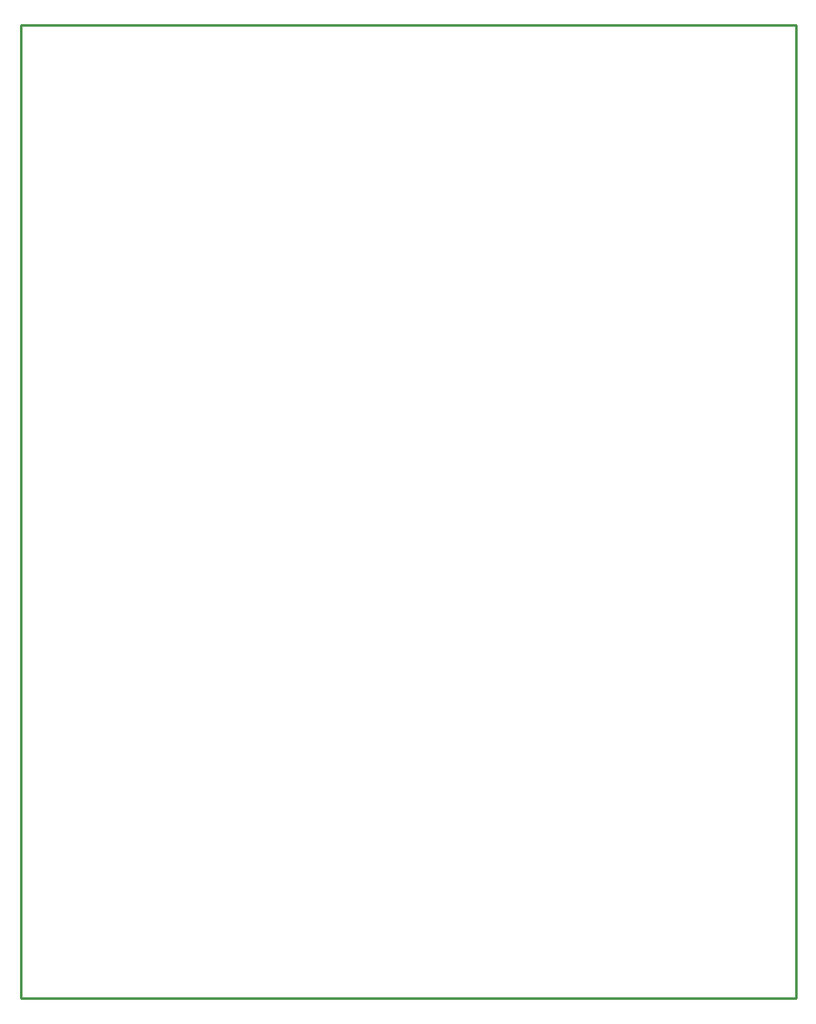
<source format=gko>
G04 Layer_Color=16711935*
%FSLAX25Y25*%
%MOIN*%
G70*
G01*
G75*
%ADD38C,0.01000*%
D38*
X283000Y311500D02*
X438000D01*
X515000D02*
Y700500D01*
X205000D02*
X515000D01*
X438000Y311500D02*
X515000D01*
X205000D02*
X283000D01*
X205000D02*
Y700500D01*
M02*

</source>
